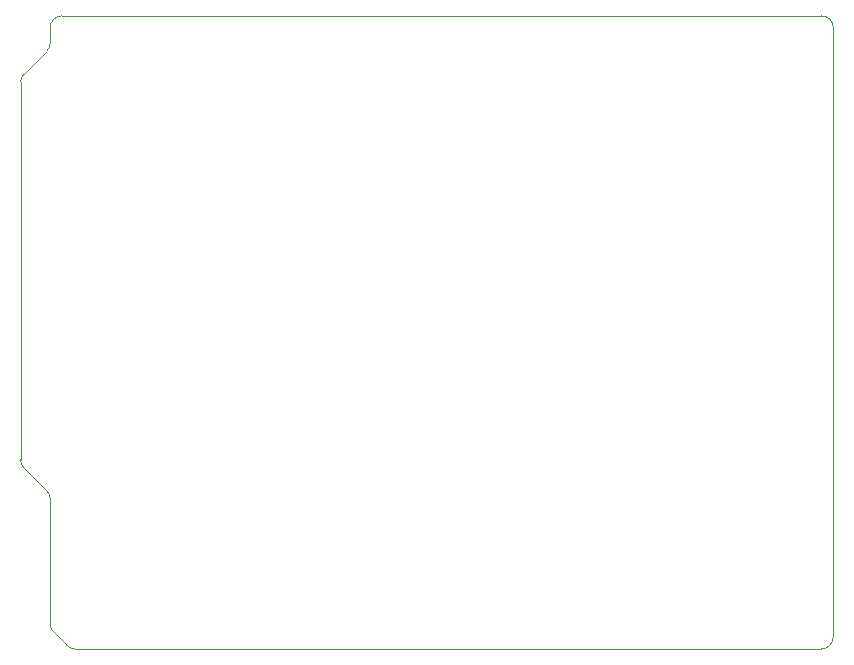
<source format=gbr>
%TF.GenerationSoftware,KiCad,Pcbnew,8.0.6*%
%TF.CreationDate,2025-06-24T21:55:00+02:00*%
%TF.ProjectId,PhaseLoom,50686173-654c-46f6-9f6d-2e6b69636164,rev?*%
%TF.SameCoordinates,Original*%
%TF.FileFunction,Profile,NP*%
%FSLAX46Y46*%
G04 Gerber Fmt 4.6, Leading zero omitted, Abs format (unit mm)*
G04 Created by KiCad (PCBNEW 8.0.6) date 2025-06-24 21:55:00*
%MOMM*%
%LPD*%
G01*
G04 APERTURE LIST*
%TA.AperFunction,Profile*%
%ADD10C,0.050000*%
%TD*%
G04 APERTURE END LIST*
D10*
X125300000Y-127414214D02*
X125300000Y-137985786D01*
X191600000Y-139100000D02*
G75*
G02*
X190600000Y-140100000I-1000000J0D01*
G01*
X125592893Y-138692893D02*
X126707107Y-139807107D01*
X125592893Y-138692893D02*
G75*
G02*
X125300039Y-137985786I707207J707093D01*
G01*
X122800000Y-92114214D02*
G75*
G02*
X123092907Y-91407121I999900J14D01*
G01*
X125007107Y-126707107D02*
G75*
G02*
X125299961Y-127414214I-707207J-707093D01*
G01*
X125300000Y-87500000D02*
X125300000Y-88785786D01*
X122800000Y-92114214D02*
X122800000Y-124085786D01*
X127414214Y-140100000D02*
G75*
G02*
X126707121Y-139807093I-14J999900D01*
G01*
X190600000Y-86500000D02*
G75*
G02*
X191600000Y-87500000I0J-1000000D01*
G01*
X191600000Y-139100000D02*
X191600000Y-87500000D01*
X127414214Y-140100000D02*
X190600000Y-140100000D01*
X123092893Y-124792893D02*
G75*
G02*
X122800010Y-124085786I707107J707093D01*
G01*
X190600000Y-86500000D02*
X126300000Y-86500000D01*
X123092893Y-124792893D02*
X125007107Y-126707107D01*
X125300000Y-87500000D02*
G75*
G02*
X126300000Y-86500000I1000000J0D01*
G01*
X125300000Y-88785786D02*
G75*
G02*
X125007093Y-89492879I-999900J-14D01*
G01*
X125007107Y-89492893D02*
X123092893Y-91407107D01*
M02*

</source>
